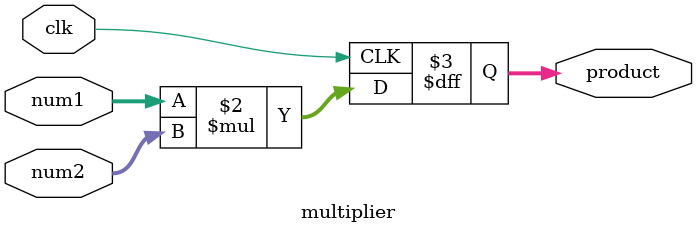
<source format=v>
`timescale 1ns / 1ps


module multiplier (input [7:0] num1, input [7:0] num2, output reg [31:0] product, input clk);

  always @ (posedge clk)
    begin
      product <= num1 * num2;
    end

endmodule

</source>
